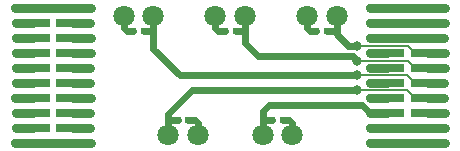
<source format=gtl>
G04 #@! TF.GenerationSoftware,KiCad,Pcbnew,no-vcs-found-d3b382c~59~ubuntu16.04.1*
G04 #@! TF.CreationDate,2017-07-25T02:28:45+01:00*
G04 #@! TF.ProjectId,breakout,627265616B6F75742E6B696361645F70,rev?*
G04 #@! TF.SameCoordinates,Original
G04 #@! TF.FileFunction,Copper,L1,Top,Signal*
G04 #@! TF.FilePolarity,Positive*
%FSLAX46Y46*%
G04 Gerber Fmt 4.6, Leading zero omitted, Abs format (unit mm)*
G04 Created by KiCad (PCBNEW no-vcs-found-d3b382c~59~ubuntu16.04.1) date Tue Jul 25 02:28:45 2017*
%MOMM*%
%LPD*%
G01*
G04 APERTURE LIST*
%ADD10R,0.620000X0.620000*%
%ADD11C,1.800000*%
%ADD12R,2.920000X0.740000*%
%ADD13C,0.700000*%
%ADD14C,0.800000*%
%ADD15C,0.600000*%
%ADD16C,0.740000*%
%ADD17C,0.200000*%
G04 APERTURE END LIST*
D10*
X103550000Y-103750000D03*
X104450000Y-103750000D03*
X96450000Y-103750000D03*
X95550000Y-103750000D03*
X100450000Y-96250000D03*
X99550000Y-96250000D03*
X91800000Y-96250000D03*
X92700000Y-96250000D03*
X108200000Y-96250000D03*
X107300000Y-96250000D03*
D11*
X102750000Y-105000000D03*
X105250000Y-105000000D03*
X97250000Y-105000000D03*
X94750000Y-105000000D03*
X101250000Y-95000000D03*
X98750000Y-95000000D03*
X91000000Y-95000000D03*
X93500000Y-95000000D03*
X109000000Y-95000000D03*
X106500000Y-95000000D03*
D12*
X86715000Y-105715000D03*
X83285000Y-105715000D03*
X86715000Y-104445000D03*
X83285000Y-104445000D03*
X86715000Y-103175000D03*
X83285000Y-103175000D03*
X86715000Y-101905000D03*
X83285000Y-101905000D03*
X86715000Y-100635000D03*
X83285000Y-100635000D03*
X86715000Y-99365000D03*
X83285000Y-99365000D03*
X86715000Y-98095000D03*
X83285000Y-98095000D03*
X86715000Y-96825000D03*
X83285000Y-96825000D03*
X86715000Y-95555000D03*
X83285000Y-95555000D03*
X86715000Y-94285000D03*
X83285000Y-94285000D03*
X116715000Y-105715000D03*
X113285000Y-105715000D03*
X116715000Y-104445000D03*
X113285000Y-104445000D03*
X116715000Y-103175000D03*
X113285000Y-103175000D03*
X116715000Y-101905000D03*
X113285000Y-101905000D03*
X116715000Y-100635000D03*
X113285000Y-100635000D03*
X116715000Y-99365000D03*
X113285000Y-99365000D03*
X116715000Y-98095000D03*
X113285000Y-98095000D03*
X116715000Y-96825000D03*
X113285000Y-96825000D03*
X116715000Y-95555000D03*
X113285000Y-95555000D03*
X116715000Y-94285000D03*
X113285000Y-94285000D03*
D13*
X118185000Y-105715000D03*
X118185000Y-94285000D03*
X111815000Y-94285000D03*
X111815000Y-105715000D03*
X88185000Y-94285000D03*
X88185000Y-105715000D03*
X81815000Y-105715000D03*
X81815000Y-94285000D03*
X81845000Y-95555000D03*
X88155000Y-95555000D03*
X81825000Y-96825000D03*
X88175000Y-96825000D03*
X81895000Y-98095000D03*
X81835000Y-99365000D03*
X88165000Y-99365000D03*
X88165000Y-100635000D03*
X81805000Y-101905000D03*
X88195000Y-101905000D03*
X81825000Y-103175000D03*
X88125000Y-103175000D03*
X81845000Y-104445000D03*
X88155000Y-104445000D03*
X118155000Y-95555000D03*
X111845000Y-95555000D03*
X118125000Y-96825000D03*
X111875000Y-96825000D03*
X111805000Y-98095000D03*
D14*
X110725010Y-97474990D03*
D13*
X118195000Y-98095000D03*
X111865000Y-99365000D03*
D14*
X110755001Y-98744999D03*
D13*
X118165000Y-99365000D03*
X111835000Y-100635000D03*
D14*
X110714990Y-99985010D03*
D13*
X118135000Y-100635000D03*
X111805000Y-101905000D03*
D14*
X110744990Y-101255010D03*
D13*
X118105000Y-101905000D03*
X111825000Y-103175000D03*
X118175000Y-103175000D03*
X118145000Y-104445000D03*
X111845000Y-104445000D03*
X88195000Y-98095000D03*
X81865000Y-100635000D03*
D15*
X91250000Y-96250000D02*
X91000000Y-96000000D01*
X91000000Y-96000000D02*
X91000000Y-95000000D01*
X91800000Y-96250000D02*
X91250000Y-96250000D01*
X99000000Y-96250000D02*
X98750000Y-96000000D01*
X98750000Y-96000000D02*
X98750000Y-95000000D01*
X99550000Y-96250000D02*
X99000000Y-96250000D01*
X106750000Y-96250000D02*
X106500000Y-96000000D01*
X106500000Y-96000000D02*
X106500000Y-95000000D01*
X107300000Y-96250000D02*
X106750000Y-96250000D01*
X97000000Y-103750000D02*
X97250000Y-104000000D01*
X97250000Y-104000000D02*
X97250000Y-105000000D01*
X96450000Y-103750000D02*
X97000000Y-103750000D01*
X105000000Y-103750000D02*
X105250000Y-104000000D01*
X105250000Y-104000000D02*
X105250000Y-105000000D01*
X104450000Y-103750000D02*
X105000000Y-103750000D01*
D16*
X116715000Y-105715000D02*
X113285000Y-105715000D01*
X116715000Y-105715000D02*
X118185000Y-105715000D01*
X116715000Y-94285000D02*
X118185000Y-94285000D01*
X113285000Y-94285000D02*
X116715000Y-94285000D01*
X113285000Y-94285000D02*
X111815000Y-94285000D01*
X113285000Y-105715000D02*
X111815000Y-105715000D01*
X86715000Y-94285000D02*
X83285000Y-94285000D01*
X86715000Y-94285000D02*
X88185000Y-94285000D01*
X86715000Y-105715000D02*
X88185000Y-105715000D01*
X83285000Y-105715000D02*
X86715000Y-105715000D01*
X83285000Y-105715000D02*
X81815000Y-105715000D01*
X83285000Y-94285000D02*
X81815000Y-94285000D01*
X83285000Y-95555000D02*
X81845000Y-95555000D01*
X86715000Y-95555000D02*
X88155000Y-95555000D01*
X83285000Y-96825000D02*
X81825000Y-96825000D01*
X86715000Y-96825000D02*
X88175000Y-96825000D01*
X83285000Y-98095000D02*
X81895000Y-98095000D01*
X83285000Y-99365000D02*
X81835000Y-99365000D01*
X86715000Y-99365000D02*
X88165000Y-99365000D01*
X86715000Y-100635000D02*
X88165000Y-100635000D01*
X83285000Y-101905000D02*
X81805000Y-101905000D01*
X86715000Y-101905000D02*
X88195000Y-101905000D01*
X83285000Y-103175000D02*
X81825000Y-103175000D01*
X86715000Y-103175000D02*
X88125000Y-103175000D01*
X83285000Y-104445000D02*
X81845000Y-104445000D01*
X86715000Y-104445000D02*
X88155000Y-104445000D01*
X113285000Y-95555000D02*
X116715000Y-95555000D01*
X116715000Y-95555000D02*
X118155000Y-95555000D01*
X113285000Y-95555000D02*
X111845000Y-95555000D01*
X113285000Y-96825000D02*
X116715000Y-96825000D01*
X116715000Y-96825000D02*
X118125000Y-96825000D01*
X113285000Y-96825000D02*
X111875000Y-96825000D01*
X113285000Y-98095000D02*
X111805000Y-98095000D01*
D15*
X109000000Y-95000000D02*
X109000000Y-96250000D01*
X109000000Y-96250000D02*
X109000000Y-96500000D01*
X108200000Y-96250000D02*
X109000000Y-96250000D01*
X109000000Y-96500000D02*
X109974990Y-97474990D01*
X109974990Y-97474990D02*
X110725010Y-97474990D01*
D17*
X115024990Y-97474990D02*
X110725010Y-97474990D01*
X115024990Y-97474990D02*
X115645000Y-98095000D01*
X115645000Y-98095000D02*
X116715000Y-98095000D01*
D16*
X116715000Y-98095000D02*
X118195000Y-98095000D01*
X113285000Y-99365000D02*
X111865000Y-99365000D01*
D15*
X110355002Y-98345000D02*
X110755001Y-98744999D01*
X102345000Y-98345000D02*
X110355002Y-98345000D01*
X101250000Y-96250000D02*
X101250000Y-97250000D01*
X101250000Y-97250000D02*
X102345000Y-98345000D01*
X101250000Y-95000000D02*
X101250000Y-96250000D01*
X100450000Y-96250000D02*
X101250000Y-96250000D01*
D17*
X115044999Y-98744999D02*
X110755001Y-98744999D01*
X115665000Y-99365000D02*
X115044999Y-98744999D01*
X116715000Y-99365000D02*
X115665000Y-99365000D01*
D16*
X116715000Y-99365000D02*
X118165000Y-99365000D01*
X113285000Y-100635000D02*
X111835000Y-100635000D01*
D15*
X93500000Y-96250000D02*
X93500000Y-97750000D01*
X101235010Y-99985010D02*
X110714990Y-99985010D01*
X93500000Y-97750000D02*
X95735010Y-99985010D01*
X95735010Y-99985010D02*
X101235010Y-99985010D01*
X93500000Y-95000000D02*
X93500000Y-96250000D01*
X92700000Y-96250000D02*
X93500000Y-96250000D01*
D17*
X114985010Y-99985010D02*
X110714990Y-99985010D01*
X115635000Y-100635000D02*
X114985010Y-99985010D01*
X116715000Y-100635000D02*
X115635000Y-100635000D01*
D16*
X116715000Y-100635000D02*
X118135000Y-100635000D01*
X113285000Y-101905000D02*
X111805000Y-101905000D01*
D15*
X94750000Y-103250000D02*
X96744990Y-101255010D01*
X110744990Y-101255010D02*
X96744990Y-101255010D01*
X94750000Y-103750000D02*
X94750000Y-103250000D01*
X94750000Y-105000000D02*
X94750000Y-103750000D01*
X95550000Y-103750000D02*
X94750000Y-103750000D01*
D17*
X115005010Y-101255010D02*
X110744990Y-101255010D01*
X115655000Y-101905000D02*
X115005010Y-101255010D01*
X116715000Y-101905000D02*
X115655000Y-101905000D01*
D16*
X116715000Y-101905000D02*
X118105000Y-101905000D01*
D15*
X102750000Y-103000000D02*
X102750000Y-103750000D01*
X102750000Y-103750000D02*
X102750000Y-105000000D01*
X103550000Y-103750000D02*
X102750000Y-103750000D01*
X103250000Y-102500000D02*
X102750000Y-103000000D01*
X111150000Y-102500000D02*
X103250000Y-102500000D01*
X111825000Y-103175000D02*
X111150000Y-102500000D01*
D16*
X113285000Y-103175000D02*
X111825000Y-103175000D01*
X116715000Y-103175000D02*
X118175000Y-103175000D01*
X113285000Y-104445000D02*
X116715000Y-104445000D01*
X116715000Y-104445000D02*
X118145000Y-104445000D01*
X113285000Y-104445000D02*
X111845000Y-104445000D01*
X86715000Y-98095000D02*
X88195000Y-98095000D01*
X83285000Y-100635000D02*
X81865000Y-100635000D01*
M02*

</source>
